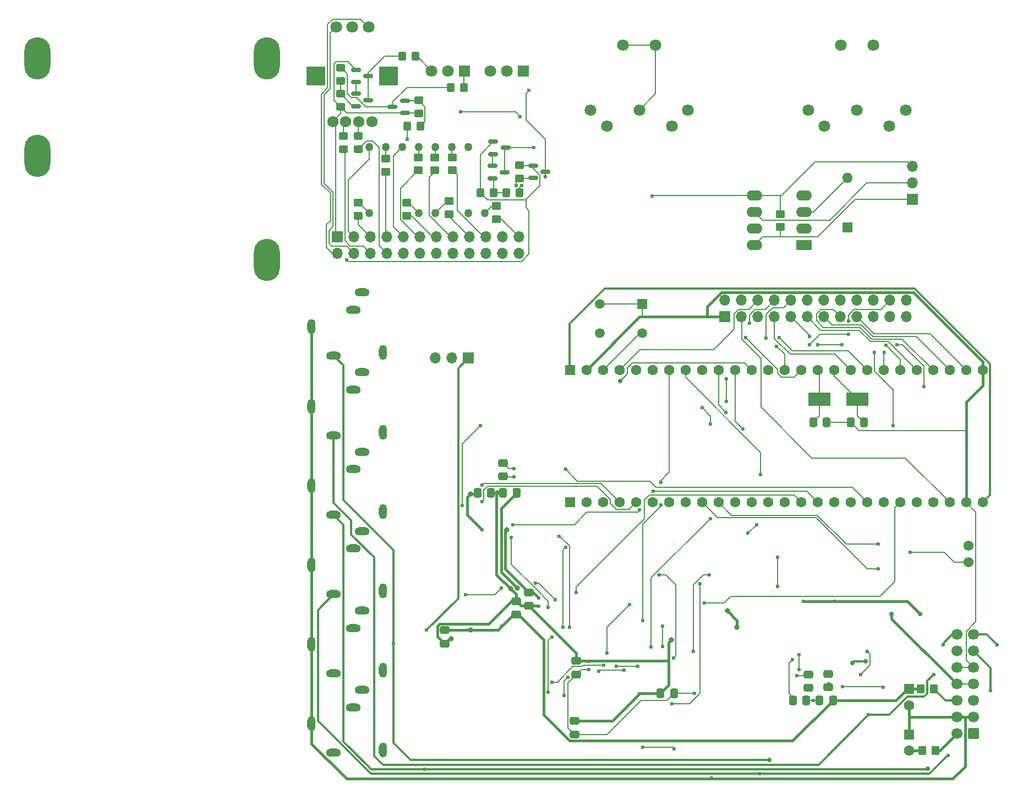
<source format=gbl>
G04 #@! TF.GenerationSoftware,KiCad,Pcbnew,9.0.0*
G04 #@! TF.CreationDate,2025-03-14T23:22:53+09:00*
G04 #@! TF.ProjectId,cv-depot,63762d64-6570-46f7-942e-6b696361645f,rev?*
G04 #@! TF.SameCoordinates,Original*
G04 #@! TF.FileFunction,Copper,L2,Bot*
G04 #@! TF.FilePolarity,Positive*
%FSLAX46Y46*%
G04 Gerber Fmt 4.6, Leading zero omitted, Abs format (unit mm)*
G04 Created by KiCad (PCBNEW 9.0.0) date 2025-03-14 23:22:53*
%MOMM*%
%LPD*%
G01*
G04 APERTURE LIST*
G04 Aperture macros list*
%AMRoundRect*
0 Rectangle with rounded corners*
0 $1 Rounding radius*
0 $2 $3 $4 $5 $6 $7 $8 $9 X,Y pos of 4 corners*
0 Add a 4 corners polygon primitive as box body*
4,1,4,$2,$3,$4,$5,$6,$7,$8,$9,$2,$3,0*
0 Add four circle primitives for the rounded corners*
1,1,$1+$1,$2,$3*
1,1,$1+$1,$4,$5*
1,1,$1+$1,$6,$7*
1,1,$1+$1,$8,$9*
0 Add four rect primitives between the rounded corners*
20,1,$1+$1,$2,$3,$4,$5,0*
20,1,$1+$1,$4,$5,$6,$7,0*
20,1,$1+$1,$6,$7,$8,$9,0*
20,1,$1+$1,$8,$9,$2,$3,0*%
G04 Aperture macros list end*
G04 #@! TA.AperFunction,ComponentPad*
%ADD10O,1.270000X2.286000*%
G04 #@! TD*
G04 #@! TA.AperFunction,ComponentPad*
%ADD11O,2.286000X1.270000*%
G04 #@! TD*
G04 #@! TA.AperFunction,ComponentPad*
%ADD12R,1.700000X1.700000*%
G04 #@! TD*
G04 #@! TA.AperFunction,ComponentPad*
%ADD13O,1.700000X1.700000*%
G04 #@! TD*
G04 #@! TA.AperFunction,ComponentPad*
%ADD14R,1.600000X1.600000*%
G04 #@! TD*
G04 #@! TA.AperFunction,ComponentPad*
%ADD15C,1.600000*%
G04 #@! TD*
G04 #@! TA.AperFunction,ComponentPad*
%ADD16RoundRect,0.250000X0.600000X0.600000X-0.600000X0.600000X-0.600000X-0.600000X0.600000X-0.600000X0*%
G04 #@! TD*
G04 #@! TA.AperFunction,ComponentPad*
%ADD17C,1.700000*%
G04 #@! TD*
G04 #@! TA.AperFunction,ComponentPad*
%ADD18R,1.498600X1.498600*%
G04 #@! TD*
G04 #@! TA.AperFunction,ComponentPad*
%ADD19C,1.498600*%
G04 #@! TD*
G04 #@! TA.AperFunction,ComponentPad*
%ADD20C,1.574800*%
G04 #@! TD*
G04 #@! TA.AperFunction,ComponentPad*
%ADD21R,1.800000X1.800000*%
G04 #@! TD*
G04 #@! TA.AperFunction,ComponentPad*
%ADD22C,1.800000*%
G04 #@! TD*
G04 #@! TA.AperFunction,ComponentPad*
%ADD23C,1.803400*%
G04 #@! TD*
G04 #@! TA.AperFunction,ComponentPad*
%ADD24C,1.270000*%
G04 #@! TD*
G04 #@! TA.AperFunction,ComponentPad*
%ADD25R,2.400000X1.600000*%
G04 #@! TD*
G04 #@! TA.AperFunction,ComponentPad*
%ADD26O,2.400000X1.600000*%
G04 #@! TD*
G04 #@! TA.AperFunction,ComponentPad*
%ADD27R,3.000000X3.000000*%
G04 #@! TD*
G04 #@! TA.AperFunction,ComponentPad*
%ADD28C,1.750000*%
G04 #@! TD*
G04 #@! TA.AperFunction,ComponentPad*
%ADD29O,1.600000X1.600000*%
G04 #@! TD*
G04 #@! TA.AperFunction,SMDPad,CuDef*
%ADD30RoundRect,0.250000X-0.475000X0.337500X-0.475000X-0.337500X0.475000X-0.337500X0.475000X0.337500X0*%
G04 #@! TD*
G04 #@! TA.AperFunction,SMDPad,CuDef*
%ADD31RoundRect,0.250000X-0.450000X0.350000X-0.450000X-0.350000X0.450000X-0.350000X0.450000X0.350000X0*%
G04 #@! TD*
G04 #@! TA.AperFunction,SMDPad,CuDef*
%ADD32RoundRect,0.250000X-0.325000X-0.450000X0.325000X-0.450000X0.325000X0.450000X-0.325000X0.450000X0*%
G04 #@! TD*
G04 #@! TA.AperFunction,SMDPad,CuDef*
%ADD33R,3.405000X2.006600*%
G04 #@! TD*
G04 #@! TA.AperFunction,SMDPad,CuDef*
%ADD34RoundRect,0.250000X0.337500X0.475000X-0.337500X0.475000X-0.337500X-0.475000X0.337500X-0.475000X0*%
G04 #@! TD*
G04 #@! TA.AperFunction,SMDPad,CuDef*
%ADD35RoundRect,0.150000X0.587500X0.150000X-0.587500X0.150000X-0.587500X-0.150000X0.587500X-0.150000X0*%
G04 #@! TD*
G04 #@! TA.AperFunction,SMDPad,CuDef*
%ADD36O,4.000000X6.500000*%
G04 #@! TD*
G04 #@! TA.AperFunction,SMDPad,CuDef*
%ADD37RoundRect,0.250000X0.475000X-0.337500X0.475000X0.337500X-0.475000X0.337500X-0.475000X-0.337500X0*%
G04 #@! TD*
G04 #@! TA.AperFunction,SMDPad,CuDef*
%ADD38RoundRect,0.150000X-0.587500X-0.150000X0.587500X-0.150000X0.587500X0.150000X-0.587500X0.150000X0*%
G04 #@! TD*
G04 #@! TA.AperFunction,SMDPad,CuDef*
%ADD39RoundRect,0.250000X0.350000X0.450000X-0.350000X0.450000X-0.350000X-0.450000X0.350000X-0.450000X0*%
G04 #@! TD*
G04 #@! TA.AperFunction,SMDPad,CuDef*
%ADD40RoundRect,0.250000X0.325000X0.450000X-0.325000X0.450000X-0.325000X-0.450000X0.325000X-0.450000X0*%
G04 #@! TD*
G04 #@! TA.AperFunction,SMDPad,CuDef*
%ADD41RoundRect,0.250000X-0.450000X0.325000X-0.450000X-0.325000X0.450000X-0.325000X0.450000X0.325000X0*%
G04 #@! TD*
G04 #@! TA.AperFunction,SMDPad,CuDef*
%ADD42RoundRect,0.250000X0.450000X-0.325000X0.450000X0.325000X-0.450000X0.325000X-0.450000X-0.325000X0*%
G04 #@! TD*
G04 #@! TA.AperFunction,SMDPad,CuDef*
%ADD43RoundRect,0.250000X0.450000X-0.350000X0.450000X0.350000X-0.450000X0.350000X-0.450000X-0.350000X0*%
G04 #@! TD*
G04 #@! TA.AperFunction,SMDPad,CuDef*
%ADD44RoundRect,0.250000X-0.337500X-0.475000X0.337500X-0.475000X0.337500X0.475000X-0.337500X0.475000X0*%
G04 #@! TD*
G04 #@! TA.AperFunction,ViaPad*
%ADD45C,0.600000*%
G04 #@! TD*
G04 #@! TA.AperFunction,ViaPad*
%ADD46C,0.800000*%
G04 #@! TD*
G04 #@! TA.AperFunction,ViaPad*
%ADD47C,0.700000*%
G04 #@! TD*
G04 #@! TA.AperFunction,Conductor*
%ADD48C,0.200000*%
G04 #@! TD*
G04 #@! TA.AperFunction,Conductor*
%ADD49C,0.400000*%
G04 #@! TD*
G04 #@! TA.AperFunction,Conductor*
%ADD50C,0.300000*%
G04 #@! TD*
G04 APERTURE END LIST*
D10*
X60050001Y-107250000D03*
D11*
X67843002Y-102049800D03*
X66443002Y-104744800D03*
D10*
X71043002Y-111250200D03*
D11*
X63450002Y-111755200D03*
D12*
X84150000Y-87630502D03*
D13*
X81610000Y-87630502D03*
X79070000Y-87630502D03*
D14*
X152000000Y-145500000D03*
D15*
X152000000Y-148000000D03*
D16*
X161900000Y-145380000D03*
D17*
X159360000Y-145380000D03*
X161900000Y-142840000D03*
X159360000Y-142840000D03*
X161900000Y-140300000D03*
X159360000Y-140300000D03*
X161900000Y-137760000D03*
X159360000Y-137760000D03*
X161900000Y-135220000D03*
X159360000Y-135220000D03*
X161900000Y-132680000D03*
X159360000Y-132680000D03*
X161900000Y-130140000D03*
X159360000Y-130140000D03*
D10*
X60050001Y-82750000D03*
D11*
X67843002Y-77549800D03*
X66443002Y-80244800D03*
D10*
X71043002Y-86750200D03*
D11*
X63450002Y-87255200D03*
D10*
X60050001Y-95050000D03*
D11*
X67843002Y-89849800D03*
X66443002Y-92544800D03*
D10*
X71043002Y-99050200D03*
D11*
X63450002Y-99555200D03*
D10*
X60050001Y-143850000D03*
D11*
X67843002Y-138649800D03*
X66443002Y-141344800D03*
D10*
X71043002Y-147850200D03*
D11*
X63450002Y-148355200D03*
D18*
X110900000Y-79299999D03*
D19*
X104399999Y-79299999D03*
X110900000Y-83800000D03*
X104399999Y-83800000D03*
D10*
X60050001Y-131650000D03*
D11*
X67843002Y-126449800D03*
X66443002Y-129144800D03*
D10*
X71043002Y-135650200D03*
D11*
X63450002Y-136155200D03*
D12*
X152450000Y-63250000D03*
D13*
X152450000Y-60710000D03*
X152450000Y-58170000D03*
D20*
X161150000Y-119050000D03*
X161150000Y-116510000D03*
D21*
X92590000Y-43500000D03*
D22*
X90050000Y-43500000D03*
X87510000Y-43500000D03*
D23*
X136450000Y-49500000D03*
X143950000Y-49500000D03*
X151450000Y-49500000D03*
X138950000Y-52000000D03*
X148950000Y-52000000D03*
X141450000Y-39500000D03*
X146450000Y-39500000D03*
D14*
X99790000Y-109800000D03*
D15*
X102330000Y-109800000D03*
X104870000Y-109800000D03*
X107410000Y-109800000D03*
X109950000Y-109800000D03*
X112490000Y-109800000D03*
X115030000Y-109800000D03*
X117570000Y-109800000D03*
X120110000Y-109800000D03*
X122650000Y-109800000D03*
X125190000Y-109800000D03*
X127730000Y-109800000D03*
X130270000Y-109800000D03*
X132810000Y-109800000D03*
X135350000Y-109800000D03*
X137890000Y-109800000D03*
X140430000Y-109800000D03*
X142970000Y-109800000D03*
X145510000Y-109800000D03*
X148050000Y-109800000D03*
X150590000Y-109800000D03*
X153130000Y-109800000D03*
X155670000Y-109800000D03*
X158210000Y-109800000D03*
X160750000Y-109800000D03*
X163290000Y-109800000D03*
D14*
X99790000Y-89480000D03*
D15*
X102330000Y-89480000D03*
X104870000Y-89480000D03*
X107410000Y-89480000D03*
X109950000Y-89480000D03*
X112490000Y-89480000D03*
X115030000Y-89480000D03*
X117570000Y-89480000D03*
X120110000Y-89480000D03*
X122650000Y-89480000D03*
X125190000Y-89480000D03*
X127730000Y-89480000D03*
X130270000Y-89480000D03*
X132810000Y-89480000D03*
X135350000Y-89480000D03*
X137890000Y-89480000D03*
X140430000Y-89480000D03*
X142970000Y-89480000D03*
X145510000Y-89480000D03*
X148050000Y-89480000D03*
X150590000Y-89480000D03*
X153130000Y-89480000D03*
X155670000Y-89480000D03*
X158210000Y-89480000D03*
X160750000Y-89480000D03*
X163290000Y-89480000D03*
D12*
X123620000Y-81300000D03*
D13*
X123620000Y-78760000D03*
X126160000Y-81300000D03*
X126160000Y-78760000D03*
X128700000Y-81300000D03*
X128700000Y-78760000D03*
X131240000Y-81300000D03*
X131240000Y-78760000D03*
X133780000Y-81300000D03*
X133780000Y-78760000D03*
X136320000Y-81300000D03*
X136320000Y-78760000D03*
X138860000Y-81300000D03*
X138860000Y-78760000D03*
X141400000Y-81300000D03*
X141400000Y-78760000D03*
X143940000Y-81300000D03*
X143940000Y-78760000D03*
X146480000Y-81300000D03*
X146480000Y-78760000D03*
X149020000Y-81300000D03*
X149020000Y-78760000D03*
X151560000Y-81300000D03*
X151560000Y-78760000D03*
D21*
X83590000Y-43500000D03*
D22*
X81050000Y-43500000D03*
X78510000Y-43500000D03*
D24*
X84160000Y-55170000D03*
X81620000Y-55170000D03*
X79080000Y-55170000D03*
X76540000Y-55170000D03*
X74000000Y-55170000D03*
X71460000Y-55170000D03*
X68920000Y-55170000D03*
X68920000Y-65330000D03*
X76540000Y-65330000D03*
X79080000Y-65330000D03*
X84160000Y-65330000D03*
X86700000Y-65330000D03*
D25*
X135820000Y-70250000D03*
D26*
X135820000Y-67710000D03*
X135820000Y-65170000D03*
X135820000Y-62630000D03*
X128200000Y-62630000D03*
X128200000Y-65170000D03*
X128200000Y-67710000D03*
X128200000Y-70250000D03*
D10*
X60050001Y-119450000D03*
D11*
X67843002Y-114249800D03*
X66443002Y-116944800D03*
D10*
X71043002Y-123450200D03*
D11*
X63450002Y-123955200D03*
D14*
X152000000Y-138500000D03*
D15*
X152000000Y-141000000D03*
D23*
X102950000Y-49500000D03*
X110450000Y-49500000D03*
X117950000Y-49500000D03*
X105450000Y-52000000D03*
X115450000Y-52000000D03*
X107950000Y-39500000D03*
X112950000Y-39500000D03*
D27*
X71888000Y-44250000D03*
X60712000Y-44250000D03*
D28*
X63300000Y-51250000D03*
X65300000Y-51250000D03*
X67300000Y-51250000D03*
X69299744Y-51269700D03*
D23*
X68800000Y-36750000D03*
X63800000Y-36750000D03*
X66300000Y-36750000D03*
D14*
X142450000Y-67560000D03*
D29*
X142450000Y-59940000D03*
D30*
X100750000Y-134175000D03*
X100750000Y-136250000D03*
D31*
X78950000Y-56750000D03*
X78950000Y-58750000D03*
X71450000Y-57000000D03*
X71450000Y-59000000D03*
D32*
X81450000Y-46000000D03*
X83500000Y-46000000D03*
D30*
X80500000Y-129462500D03*
X80500000Y-131537500D03*
D33*
X144000000Y-94000000D03*
X138207400Y-94000000D03*
D34*
X115812500Y-139190000D03*
X113737500Y-139190000D03*
D35*
X74375000Y-48050000D03*
X74375000Y-49950000D03*
X72500000Y-49000000D03*
D36*
X17850000Y-41520000D03*
D37*
X93500000Y-125750000D03*
X93500000Y-123675000D03*
D30*
X136500000Y-136250000D03*
X136500000Y-138325000D03*
D38*
X94125000Y-59925000D03*
X94125000Y-58025000D03*
X96000000Y-58975000D03*
D34*
X91587500Y-108380000D03*
X89512500Y-108380000D03*
D39*
X155750000Y-138500000D03*
X153750000Y-138500000D03*
D38*
X87875000Y-60000000D03*
X87875000Y-58100000D03*
X89750000Y-59050000D03*
D32*
X90000000Y-62250000D03*
X92050000Y-62250000D03*
D40*
X88025000Y-62250000D03*
X85975000Y-62250000D03*
D36*
X53150000Y-41520000D03*
D41*
X64950000Y-53475000D03*
X64950000Y-55525000D03*
D31*
X81700000Y-56750000D03*
X81700000Y-58750000D03*
D38*
X66875000Y-48900000D03*
X66875000Y-47000000D03*
X68750000Y-47950000D03*
D30*
X139500000Y-136175000D03*
X139500000Y-138250000D03*
D41*
X64500000Y-46975000D03*
X64500000Y-49025000D03*
D12*
X64010000Y-69000000D03*
D13*
X64010000Y-71540000D03*
X66550000Y-69000000D03*
X66550000Y-71540000D03*
X69090000Y-69000000D03*
X69090000Y-71540000D03*
X71630000Y-69000000D03*
X71630000Y-71540000D03*
X74170000Y-69000000D03*
X74170000Y-71540000D03*
X76710000Y-69000000D03*
X76710000Y-71540000D03*
X79250000Y-69000000D03*
X79250000Y-71540000D03*
X81790000Y-69000000D03*
X81790000Y-71540000D03*
X84330000Y-69000000D03*
X84330000Y-71540000D03*
X86870000Y-69000000D03*
X86870000Y-71540000D03*
X89410000Y-69000000D03*
X89410000Y-71540000D03*
X91950000Y-69000000D03*
X91950000Y-71540000D03*
D30*
X89500000Y-103750000D03*
X89500000Y-105825000D03*
D42*
X67200000Y-55525000D03*
X67200000Y-53475000D03*
D36*
X17850000Y-56520000D03*
D42*
X64500000Y-45000000D03*
X64500000Y-42950000D03*
D43*
X132200000Y-67500000D03*
X132200000Y-65500000D03*
D32*
X74725000Y-52000000D03*
X76775000Y-52000000D03*
D37*
X91500000Y-127075000D03*
X91500000Y-125000000D03*
D40*
X76050000Y-41250000D03*
X74000000Y-41250000D03*
D34*
X140250000Y-140300000D03*
X138175000Y-140300000D03*
D38*
X88000000Y-56250000D03*
X88000000Y-54350000D03*
X89875000Y-55300000D03*
D31*
X76450000Y-56750000D03*
X76450000Y-58750000D03*
D39*
X156000000Y-148000000D03*
X154000000Y-148000000D03*
D34*
X136150000Y-140300000D03*
X134075000Y-140300000D03*
X145037500Y-97500000D03*
X142962500Y-97500000D03*
D31*
X81200000Y-63500000D03*
X81200000Y-65500000D03*
D38*
X66875000Y-45200000D03*
X66875000Y-43300000D03*
X68750000Y-44250000D03*
D34*
X87662500Y-108380000D03*
X85587500Y-108380000D03*
D36*
X53150000Y-72500000D03*
D31*
X88450000Y-64250000D03*
X88450000Y-66250000D03*
D42*
X92000000Y-60000000D03*
X92000000Y-57950000D03*
D44*
X137212500Y-97500000D03*
X139287500Y-97500000D03*
D41*
X76500000Y-47975000D03*
X76500000Y-50025000D03*
D31*
X67200000Y-63750000D03*
X67200000Y-65750000D03*
X74700000Y-63750000D03*
X74700000Y-65750000D03*
D30*
X100500000Y-143425000D03*
X100500000Y-145500000D03*
D45*
X126400000Y-98550000D03*
X123778580Y-95971420D03*
X140250000Y-140300000D03*
D46*
X84500000Y-129462500D03*
D45*
X91500000Y-108440000D03*
X89325000Y-128825000D03*
D46*
X91722519Y-123027481D03*
D45*
X113529420Y-121000000D03*
X115750000Y-133750000D03*
X121253495Y-120937500D03*
X118750000Y-132750000D03*
X86250000Y-114000000D03*
D46*
X90050000Y-114025603D03*
X125500000Y-129000000D03*
D45*
X134000000Y-134000000D03*
X94950000Y-124500000D03*
D46*
X84500000Y-108500000D03*
X124000000Y-126500000D03*
D45*
X134075000Y-140300000D03*
X102700000Y-135500000D03*
X118940000Y-139190000D03*
X90750000Y-115250000D03*
X96449155Y-125949264D03*
D47*
X143250000Y-134500000D03*
D45*
X100500000Y-145500000D03*
D47*
X145268414Y-134231586D03*
D45*
X86250000Y-109710000D03*
X86250000Y-107170000D03*
X157210000Y-131750000D03*
X155750000Y-136250000D03*
X145725000Y-142475000D03*
X83750000Y-124000000D03*
X89250000Y-123000000D03*
D47*
X130450000Y-149450000D03*
D45*
X72650000Y-131500000D03*
X97500000Y-124775000D03*
X94510387Y-122239613D03*
X165500000Y-131750000D03*
X129000000Y-151550000D03*
X158000000Y-148750000D03*
D47*
X154874694Y-150774694D03*
D45*
X77500000Y-150850000D03*
X164500000Y-138750000D03*
D46*
X115400000Y-131000000D03*
D45*
X140500000Y-125000000D03*
X135750000Y-125000000D03*
X148000000Y-138250000D03*
X102700000Y-134230000D03*
D46*
X88620000Y-108380000D03*
D45*
X110500000Y-139250000D03*
D46*
X81500000Y-130750000D03*
D45*
X137250000Y-140250000D03*
X94950000Y-125770000D03*
X141717123Y-138187222D03*
D47*
X153700000Y-127000000D03*
D45*
X100500000Y-143425000D03*
D46*
X90656833Y-123093167D03*
D45*
X121535377Y-152200000D03*
D47*
X149300000Y-127000000D03*
D45*
X77750000Y-129440000D03*
X141650000Y-85550000D03*
X137900000Y-85550000D03*
X136650000Y-84300000D03*
X154230000Y-92050000D03*
X150099265Y-85600735D03*
X152150000Y-117510000D03*
X99100000Y-104740256D03*
D47*
X107479511Y-91200000D03*
D45*
X148400000Y-85700000D03*
X148150000Y-86800000D03*
X131949265Y-84500735D03*
X149500000Y-98000000D03*
X146650000Y-86750000D03*
X131750000Y-118250000D03*
X131750000Y-122750000D03*
X92150000Y-50500000D03*
X83000000Y-49750000D03*
X94250000Y-55250000D03*
X144500000Y-136250000D03*
X139650000Y-137740000D03*
X145534770Y-132766983D03*
X110995972Y-147495795D03*
X115850000Y-147750000D03*
X91481667Y-61086230D03*
X142650000Y-83950000D03*
X142650000Y-81950000D03*
X136650000Y-85550000D03*
X93500000Y-46500000D03*
X92382428Y-61075000D03*
X96000000Y-59750000D03*
X123900000Y-90800000D03*
X127400000Y-82300000D03*
X123900000Y-94300000D03*
X120500000Y-125250000D03*
X105000000Y-134875000D03*
X105500000Y-133000000D03*
X97050000Y-137454080D03*
X109000000Y-125500000D03*
X131600735Y-85849265D03*
X147200000Y-120050000D03*
X98090000Y-115000000D03*
X99700000Y-129000000D03*
X99100000Y-116750000D03*
X96450000Y-139000000D03*
X97000000Y-130500000D03*
X98750000Y-129000000D03*
X147200000Y-116240000D03*
X121400000Y-97800000D03*
X121400000Y-112300000D03*
X120113553Y-95263553D03*
X104250000Y-135750000D03*
X112300000Y-132060000D03*
X98875000Y-139500000D03*
X99450735Y-136700735D03*
X108100000Y-135600000D03*
X126800000Y-84450001D03*
X129954265Y-84550000D03*
X114000000Y-128850000D03*
X114000000Y-132000000D03*
X112634365Y-108100000D03*
X110500000Y-111000000D03*
X90983511Y-113233511D03*
X136500000Y-138325000D03*
X135000000Y-135500000D03*
X135000000Y-133250000D03*
X86000000Y-98025000D03*
X83250000Y-110310000D03*
X134700000Y-136470000D03*
X139650000Y-136470000D03*
X100750000Y-123700000D03*
X74750000Y-54000000D03*
X65450000Y-72500000D03*
X91200000Y-105900000D03*
X112450000Y-62750000D03*
X110250000Y-135000000D03*
X106900000Y-135000000D03*
X91200000Y-104630000D03*
X129150000Y-105550000D03*
X115500000Y-140750000D03*
X127200735Y-114549265D03*
X119786027Y-122312500D03*
X128500000Y-113250000D03*
X113750000Y-106750000D03*
X113769265Y-110230735D03*
X111000000Y-128000000D03*
D48*
X125190000Y-94050000D02*
X125190000Y-89480000D01*
X125190000Y-97340000D02*
X126400000Y-98550000D01*
X125190000Y-94050000D02*
X125190000Y-97340000D01*
X122650000Y-94842840D02*
X122650000Y-94300000D01*
X123778580Y-95971420D02*
X122650000Y-94842840D01*
X122650000Y-89480000D02*
X122650000Y-94300000D01*
D49*
X89250000Y-111250000D02*
X89250000Y-120554962D01*
X89250000Y-110717500D02*
X89250000Y-111250000D01*
D48*
X140300000Y-140250000D02*
X140250000Y-140300000D01*
D49*
X134062500Y-146487500D02*
X99748834Y-146487500D01*
X99748834Y-146487500D02*
X95750000Y-142488666D01*
X84500000Y-129462500D02*
X80500000Y-129462500D01*
X95750000Y-142488666D02*
X95750000Y-131000000D01*
X149950000Y-140300000D02*
X140250000Y-140300000D01*
X95750000Y-131000000D02*
X91825000Y-127075000D01*
X88687500Y-129462500D02*
X84500000Y-129462500D01*
X91587500Y-108380000D02*
X89250000Y-110717500D01*
X89250000Y-120554962D02*
X91722519Y-123027481D01*
X151750000Y-138500000D02*
X149950000Y-140300000D01*
X152000000Y-138500000D02*
X151750000Y-138500000D01*
X140250000Y-140300000D02*
X134062500Y-146487500D01*
X89700000Y-128450000D02*
X89325000Y-128825000D01*
X91500000Y-127075000D02*
X91075000Y-127075000D01*
X152000000Y-138500000D02*
X153750000Y-138500000D01*
X91707500Y-108500000D02*
X91587500Y-108380000D01*
X89325000Y-128825000D02*
X88687500Y-129462500D01*
X91825000Y-127075000D02*
X91500000Y-127075000D01*
X91075000Y-127075000D02*
X89700000Y-128450000D01*
D48*
X116100000Y-122524974D02*
X114575026Y-121000000D01*
X116100000Y-133400000D02*
X116100000Y-122524974D01*
X115750000Y-133750000D02*
X116100000Y-133400000D01*
X114575026Y-121000000D02*
X113529420Y-121000000D01*
X118750000Y-122500000D02*
X120312500Y-120937500D01*
X118750000Y-132750000D02*
X118750000Y-122500000D01*
X120312500Y-120937500D02*
X121253495Y-120937500D01*
X134075000Y-140300000D02*
X134075000Y-139825000D01*
X134075000Y-139825000D02*
X133500000Y-139250000D01*
X134025000Y-140250000D02*
X134075000Y-140300000D01*
D49*
X84000000Y-109000000D02*
X84500000Y-108500000D01*
X86250000Y-114000000D02*
X84000000Y-111750000D01*
X90050000Y-114025603D02*
X89850000Y-114225603D01*
X93500000Y-123650000D02*
X93500000Y-123675000D01*
X125500000Y-128000000D02*
X124000000Y-126500000D01*
X94125000Y-123675000D02*
X94950000Y-124500000D01*
X154000000Y-148000000D02*
X152000000Y-148000000D01*
X125500000Y-129000000D02*
X125500000Y-128000000D01*
X84500000Y-108500000D02*
X85467500Y-108500000D01*
X85467500Y-108500000D02*
X85587500Y-108380000D01*
X84000000Y-111750000D02*
X84000000Y-109000000D01*
D48*
X133500000Y-134500000D02*
X134000000Y-134000000D01*
D49*
X93500000Y-123675000D02*
X94125000Y-123675000D01*
X89850000Y-114225603D02*
X89850000Y-120000000D01*
X89850000Y-120000000D02*
X93500000Y-123650000D01*
D48*
X133500000Y-139250000D02*
X133500000Y-134500000D01*
D49*
X159360000Y-145380000D02*
X156740000Y-148000000D01*
X156740000Y-148000000D02*
X156000000Y-148000000D01*
D50*
X143518414Y-134231586D02*
X143250000Y-134500000D01*
D48*
X99475000Y-144475000D02*
X99475000Y-137525000D01*
X115812500Y-139190000D02*
X114752500Y-140250000D01*
X90750000Y-119327756D02*
X94525000Y-123102756D01*
X110750000Y-140250000D02*
X105500000Y-145500000D01*
X100750000Y-136250000D02*
X101500000Y-135500000D01*
X100500000Y-145500000D02*
X99475000Y-144475000D01*
D50*
X145268414Y-134231586D02*
X143518414Y-134231586D01*
D48*
X101500000Y-135500000D02*
X102700000Y-135500000D01*
X118940000Y-139190000D02*
X115812500Y-139190000D01*
X90750000Y-115250000D02*
X90750000Y-119327756D01*
X94525000Y-123102756D02*
X96449155Y-125026911D01*
X96449155Y-125026911D02*
X96449155Y-125949264D01*
X99475000Y-137525000D02*
X100750000Y-136250000D01*
X114752500Y-140250000D02*
X110750000Y-140250000D01*
X105500000Y-145500000D02*
X100500000Y-145500000D01*
X86500000Y-107945256D02*
X86500000Y-109460000D01*
X86500000Y-109460000D02*
X86250000Y-109710000D01*
X109950000Y-109800000D02*
X108850000Y-110900000D01*
X103980635Y-107355000D02*
X87090256Y-107355000D01*
X108850000Y-110900000D02*
X106900000Y-110900000D01*
X105970000Y-109970000D02*
X105970000Y-109344365D01*
X106900000Y-110900000D02*
X105970000Y-109970000D01*
X105970000Y-109344365D02*
X103980635Y-107355000D01*
X87090256Y-107355000D02*
X86500000Y-107945256D01*
X86465000Y-106955000D02*
X86250000Y-107170000D01*
X107410000Y-109800000D02*
X104565000Y-106955000D01*
X104565000Y-106955000D02*
X86465000Y-106955000D01*
X140400000Y-89510000D02*
X140430000Y-89480000D01*
X144000000Y-96462500D02*
X145037500Y-97500000D01*
X140430000Y-90430000D02*
X140430000Y-89480000D01*
X144000000Y-94000000D02*
X144000000Y-96462500D01*
X144000000Y-94000000D02*
X140430000Y-90430000D01*
X137220000Y-89480000D02*
X137890000Y-89480000D01*
X138207400Y-89797400D02*
X137890000Y-89480000D01*
X138207400Y-94000000D02*
X138207400Y-89797400D01*
X138207400Y-94000000D02*
X138207400Y-96505100D01*
X138207400Y-96505100D02*
X137212500Y-97500000D01*
X142450000Y-59940000D02*
X137220000Y-65170000D01*
X137220000Y-65170000D02*
X135820000Y-65170000D01*
X110450000Y-49500000D02*
X112950000Y-47000000D01*
X107950000Y-39500000D02*
X112950000Y-39500000D01*
X112950000Y-47000000D02*
X112950000Y-39500000D01*
X83500000Y-46000000D02*
X83500000Y-43590000D01*
X83500000Y-43590000D02*
X83590000Y-43500000D01*
X76260000Y-41250000D02*
X78510000Y-43500000D01*
X76050000Y-41250000D02*
X76260000Y-41250000D01*
D50*
X71000000Y-150150000D02*
X138050000Y-150150000D01*
X63450002Y-99555200D02*
X63450002Y-109854200D01*
X66150000Y-114750798D02*
X69650000Y-118250798D01*
X157210000Y-131750000D02*
X157210000Y-131540000D01*
X145725000Y-142475000D02*
X148898654Y-142475000D01*
X138050000Y-150150000D02*
X145725000Y-142475000D01*
X154750000Y-139155456D02*
X154750000Y-137250000D01*
X151723654Y-139650000D02*
X154255456Y-139650000D01*
X158610000Y-130140000D02*
X159360000Y-130140000D01*
X157210000Y-131540000D02*
X158610000Y-130140000D01*
X154750000Y-137250000D02*
X155750000Y-136250000D01*
X69650000Y-118250798D02*
X69650000Y-148800000D01*
X66150000Y-112554198D02*
X66150000Y-114750798D01*
X63450002Y-109854200D02*
X66150000Y-112554198D01*
X69650000Y-148800000D02*
X71000000Y-150150000D01*
X148898654Y-142475000D02*
X151723654Y-139650000D01*
X154255456Y-139650000D02*
X154750000Y-139155456D01*
D48*
X88250000Y-124000000D02*
X89250000Y-123000000D01*
X94964613Y-122239613D02*
X97500000Y-124775000D01*
D50*
X165500000Y-131750000D02*
X163890000Y-130140000D01*
X72650000Y-117155798D02*
X64943002Y-109448800D01*
X64943002Y-109448800D02*
X64943002Y-88748200D01*
X72650000Y-146800000D02*
X72650000Y-131500000D01*
X72650000Y-131500000D02*
X72650000Y-117155798D01*
X163890000Y-130140000D02*
X161900000Y-130140000D01*
X130450000Y-149450000D02*
X75300000Y-149450000D01*
D48*
X94510387Y-122239613D02*
X94964613Y-122239613D01*
X83750000Y-124000000D02*
X88250000Y-124000000D01*
D50*
X75300000Y-149450000D02*
X72650000Y-146800000D01*
X64943002Y-88748200D02*
X63450002Y-87255200D01*
X69150000Y-151550000D02*
X61035001Y-143435001D01*
X129000000Y-151550000D02*
X69150000Y-151550000D01*
X129050000Y-151500000D02*
X129000000Y-151550000D01*
X158000000Y-148750000D02*
X157889338Y-148750000D01*
X155139338Y-151500000D02*
X129050000Y-151500000D01*
X61035001Y-143435001D02*
X61035001Y-126370201D01*
X61035001Y-126370201D02*
X63450002Y-123955200D01*
X157889338Y-148750000D02*
X155139338Y-151500000D01*
X68900000Y-150550000D02*
X68900000Y-150592894D01*
X77500000Y-150850000D02*
X154799388Y-150850000D01*
X64943002Y-113248200D02*
X64943002Y-146593002D01*
X154799388Y-150850000D02*
X154874694Y-150774694D01*
X64943002Y-146593002D02*
X68900000Y-150550000D01*
X68900000Y-150592894D02*
X69157106Y-150850000D01*
X69157106Y-150850000D02*
X77500000Y-150850000D01*
X164500000Y-135280000D02*
X161900000Y-132680000D01*
X164500000Y-138750000D02*
X164500000Y-135280000D01*
X63450002Y-111755200D02*
X64943002Y-113248200D01*
D49*
X94930000Y-125750000D02*
X94950000Y-125770000D01*
X152090000Y-142840000D02*
X152000000Y-142750000D01*
X60050001Y-95050000D02*
X60050001Y-107250000D01*
X113737500Y-139190000D02*
X110560000Y-139190000D01*
X160610000Y-150390000D02*
X160610000Y-142950000D01*
X160610000Y-142950000D02*
X160500000Y-142840000D01*
X159360000Y-142840000D02*
X152090000Y-142840000D01*
X115000000Y-134250000D02*
X115000000Y-137927500D01*
D48*
X147812778Y-138187222D02*
X147875556Y-138250000D01*
D49*
X93500000Y-125750000D02*
X94930000Y-125750000D01*
X161690000Y-143050000D02*
X161900000Y-142840000D01*
X158700000Y-152300000D02*
X160610000Y-150390000D01*
X93500000Y-125750000D02*
X92250000Y-125750000D01*
X60050001Y-143850000D02*
X60050001Y-131650000D01*
X102750000Y-134175000D02*
X114925000Y-134175000D01*
X90750000Y-125000000D02*
X91500000Y-125000000D01*
X100750000Y-133000000D02*
X93500000Y-125750000D01*
X88500000Y-108500000D02*
X88620000Y-108380000D01*
X60050001Y-82750000D02*
X60050001Y-95050000D01*
X60050001Y-119450000D02*
X60050001Y-131650000D01*
X91500000Y-125000000D02*
X91500000Y-123936334D01*
X79375000Y-130412500D02*
X79375000Y-128848834D01*
X87250000Y-128500000D02*
X90750000Y-125000000D01*
X79375000Y-128848834D02*
X79748834Y-128475000D01*
X140500000Y-125000000D02*
X151700000Y-125000000D01*
D48*
X110750000Y-139250000D02*
X110810000Y-139190000D01*
D49*
X100750000Y-134175000D02*
X100750000Y-133000000D01*
X88620000Y-108380000D02*
X89512500Y-108380000D01*
X114925000Y-134175000D02*
X115000000Y-134250000D01*
X100500000Y-143425000D02*
X106325000Y-143425000D01*
D48*
X141717123Y-138187222D02*
X147812778Y-138187222D01*
D49*
X60050001Y-107250000D02*
X60050001Y-119450000D01*
D48*
X136150000Y-140300000D02*
X138112500Y-140300000D01*
D49*
X81287500Y-130750000D02*
X80500000Y-131537500D01*
X106325000Y-143425000D02*
X110500000Y-139250000D01*
X81500000Y-130750000D02*
X81287500Y-130750000D01*
X79748834Y-128475000D02*
X87225000Y-128475000D01*
X160500000Y-142840000D02*
X161900000Y-142840000D01*
X91500000Y-123936334D02*
X90656833Y-123093167D01*
X88500000Y-120936334D02*
X88500000Y-108500000D01*
X80500000Y-131537500D02*
X79375000Y-130412500D01*
X115000000Y-131400000D02*
X115000000Y-134250000D01*
X140500000Y-125000000D02*
X135750000Y-125000000D01*
X90656833Y-123093167D02*
X88500000Y-120936334D01*
X159570000Y-143050000D02*
X159360000Y-142840000D01*
X152000000Y-141000000D02*
X152000000Y-142750000D01*
X92250000Y-125750000D02*
X91500000Y-125000000D01*
X88380000Y-108380000D02*
X87662500Y-108380000D01*
X115000000Y-137927500D02*
X113737500Y-139190000D01*
X60050001Y-146926910D02*
X65423091Y-152300000D01*
X88500000Y-108500000D02*
X88380000Y-108380000D01*
X65423091Y-152300000D02*
X158700000Y-152300000D01*
X110560000Y-139190000D02*
X110500000Y-139250000D01*
X60050001Y-143850000D02*
X60050001Y-146926910D01*
X87225000Y-128475000D02*
X87250000Y-128500000D01*
X159360000Y-142840000D02*
X160500000Y-142840000D01*
D48*
X110500000Y-139250000D02*
X110750000Y-139250000D01*
D49*
X151700000Y-125000000D02*
X153700000Y-127000000D01*
D48*
X147875556Y-138250000D02*
X148000000Y-138250000D01*
D49*
X102700000Y-134225000D02*
X102700000Y-134230000D01*
X115400000Y-131000000D02*
X115000000Y-131400000D01*
X152000000Y-142750000D02*
X152000000Y-145500000D01*
X100750000Y-134175000D02*
X102750000Y-134175000D01*
X102750000Y-134175000D02*
X102700000Y-134225000D01*
D50*
X84150000Y-87630502D02*
X82600000Y-89180502D01*
D49*
X159360000Y-137760000D02*
X149300000Y-127700000D01*
X149300000Y-127700000D02*
X149300000Y-127000000D01*
D50*
X164440000Y-108650000D02*
X164440000Y-88562182D01*
X105185353Y-76960000D02*
X99750000Y-82395353D01*
X164440000Y-88562182D02*
X152837818Y-76960000D01*
X152837818Y-76960000D02*
X105185353Y-76960000D01*
X163290000Y-109800000D02*
X164440000Y-108650000D01*
D48*
X159360000Y-137760000D02*
X161900000Y-137760000D01*
D50*
X82600000Y-89180502D02*
X82600000Y-124590000D01*
X99750000Y-82395353D02*
X99750000Y-89500000D01*
X82600000Y-124590000D02*
X77750000Y-129440000D01*
X157550000Y-140300000D02*
X155750000Y-138500000D01*
X159360000Y-140300000D02*
X157550000Y-140300000D01*
D48*
X152360000Y-78760000D02*
X151560000Y-78760000D01*
X139800000Y-66400000D02*
X145490000Y-60710000D01*
X128200000Y-65170000D02*
X129430000Y-66400000D01*
X145490000Y-60710000D02*
X152450000Y-60710000D01*
X129430000Y-66400000D02*
X139800000Y-66400000D01*
X133780000Y-81300000D02*
X136650000Y-84170000D01*
X136650000Y-84170000D02*
X136650000Y-84300000D01*
X137900000Y-85550000D02*
X141650000Y-85550000D01*
X137000000Y-103000000D02*
X151410000Y-103000000D01*
X126160000Y-81300000D02*
X126200000Y-81340000D01*
X126200000Y-84698530D02*
X129170000Y-87668530D01*
X129170000Y-87668530D02*
X129170000Y-95170000D01*
X126200000Y-81340000D02*
X126200000Y-84698530D01*
X129170000Y-95170000D02*
X137000000Y-103000000D01*
X151410000Y-103000000D02*
X158210000Y-109800000D01*
X154230000Y-92050000D02*
X154230000Y-88880000D01*
X150950735Y-85600735D02*
X150099265Y-85600735D01*
X154230000Y-88880000D02*
X150950735Y-85600735D01*
X152150000Y-117510000D02*
X157360000Y-117510000D01*
X157360000Y-117510000D02*
X158900000Y-119050000D01*
X158900000Y-119050000D02*
X161150000Y-119050000D01*
X143210000Y-107500000D02*
X145510000Y-109800000D01*
X99100000Y-104740256D02*
X100914744Y-106555000D01*
X112055000Y-106555000D02*
X113000000Y-107500000D01*
X100914744Y-106555000D02*
X112055000Y-106555000D01*
X113000000Y-107500000D02*
X143210000Y-107500000D01*
X126630000Y-88380000D02*
X127730000Y-89480000D01*
X109407183Y-88380000D02*
X126630000Y-88380000D01*
X107479511Y-91200000D02*
X108650000Y-90029511D01*
X108650000Y-89137183D02*
X109407183Y-88380000D01*
X107479511Y-91200000D02*
X107479511Y-90995820D01*
X108650000Y-90029511D02*
X108650000Y-89137183D01*
X146540000Y-83900000D02*
X155170000Y-83900000D01*
X155170000Y-83900000D02*
X160750000Y-89480000D01*
X143940000Y-81300000D02*
X146540000Y-83900000D01*
X140110000Y-82550000D02*
X144624314Y-82550000D01*
X144624314Y-82550000D02*
X146374314Y-84300000D01*
X138860000Y-81300000D02*
X140110000Y-82550000D01*
X153030000Y-84300000D02*
X158210000Y-89480000D01*
X146374314Y-84300000D02*
X153030000Y-84300000D01*
X137710000Y-81860000D02*
X138800000Y-82950000D01*
X150890000Y-84700000D02*
X155670000Y-89480000D01*
X140250000Y-80150000D02*
X138383654Y-80150000D01*
X141400000Y-81300000D02*
X140250000Y-80150000D01*
X138383654Y-80150000D02*
X137710000Y-80823654D01*
X144458628Y-82950000D02*
X146208628Y-84700000D01*
X138800000Y-82950000D02*
X144458628Y-82950000D01*
X146208628Y-84700000D02*
X150890000Y-84700000D01*
X137710000Y-80823654D02*
X137710000Y-81860000D01*
X144292942Y-83350000D02*
X146042942Y-85100000D01*
X136320000Y-81300000D02*
X138370000Y-83350000D01*
X148750000Y-85100000D02*
X153130000Y-89480000D01*
X146042942Y-85100000D02*
X148750000Y-85100000D01*
X138370000Y-83350000D02*
X144292942Y-83350000D01*
X148400000Y-85700000D02*
X150590000Y-87890000D01*
X150590000Y-87890000D02*
X150590000Y-89480000D01*
X148050000Y-86900000D02*
X148050000Y-89480000D01*
X148150000Y-86800000D02*
X148050000Y-86900000D01*
X133998530Y-86550000D02*
X131949265Y-84500735D01*
X134650000Y-86550000D02*
X133998530Y-86550000D01*
X142580000Y-86550000D02*
X134650000Y-86550000D01*
X145510000Y-89480000D02*
X142580000Y-86550000D01*
X131240000Y-81300000D02*
X131240000Y-84640000D01*
X140540000Y-87050000D02*
X142970000Y-89480000D01*
X133650000Y-87050000D02*
X140540000Y-87050000D01*
X131240000Y-84640000D02*
X133650000Y-87050000D01*
X146650000Y-86750000D02*
X146650000Y-89635635D01*
X146650000Y-89635635D02*
X149500000Y-92485635D01*
X149500000Y-92485635D02*
X149500000Y-98000000D01*
X131750000Y-122750000D02*
X131750000Y-118250000D01*
X91400000Y-49750000D02*
X92150000Y-50500000D01*
X83000000Y-49750000D02*
X91400000Y-49750000D01*
X112425000Y-109735000D02*
X112490000Y-109800000D01*
X114900000Y-109930000D02*
X115030000Y-109800000D01*
X87875000Y-56375000D02*
X88000000Y-56250000D01*
X87875000Y-58100000D02*
X87875000Y-56375000D01*
X89750000Y-55425000D02*
X89875000Y-55300000D01*
X89750000Y-59050000D02*
X89750000Y-55425000D01*
X89875000Y-55300000D02*
X94200000Y-55300000D01*
X94200000Y-55300000D02*
X94250000Y-55250000D01*
X145918414Y-134831586D02*
X144500000Y-136250000D01*
X145534770Y-132766983D02*
X145918414Y-133150627D01*
X139500000Y-137890000D02*
X139650000Y-137740000D01*
X145918414Y-133150627D02*
X145918414Y-134831586D01*
X139500000Y-138250000D02*
X139500000Y-137890000D01*
X115850000Y-147750000D02*
X115595795Y-147495795D01*
X115595795Y-147495795D02*
X110995972Y-147495795D01*
X92000000Y-60000000D02*
X94050000Y-60000000D01*
X94050000Y-60000000D02*
X94125000Y-59925000D01*
X91481667Y-61086230D02*
X91481667Y-60518333D01*
X91481667Y-60518333D02*
X92000000Y-60000000D01*
X138250000Y-83950000D02*
X142650000Y-83950000D01*
X136650000Y-85550000D02*
X138250000Y-83950000D01*
X143463654Y-80150000D02*
X142650000Y-80963654D01*
X149020000Y-78760000D02*
X147630000Y-80150000D01*
X147630000Y-80150000D02*
X143463654Y-80150000D01*
X142650000Y-80963654D02*
X142650000Y-81950000D01*
X93000000Y-51000000D02*
X96000000Y-54000000D01*
X96000000Y-54000000D02*
X96000000Y-58975000D01*
X96000000Y-59750000D02*
X96000000Y-58975000D01*
X93500000Y-46500000D02*
X93000000Y-47000000D01*
X93000000Y-47000000D02*
X93000000Y-51000000D01*
X92050000Y-61407428D02*
X92382428Y-61075000D01*
X92050000Y-62250000D02*
X92050000Y-61407428D01*
X131240000Y-78760000D02*
X129850000Y-80150000D01*
X129850000Y-80150000D02*
X128223654Y-80150000D01*
X123900000Y-90800000D02*
X123900000Y-94300000D01*
X128223654Y-80150000D02*
X127400000Y-80973654D01*
X127400000Y-80973654D02*
X127400000Y-82300000D01*
X128700000Y-78760000D02*
X127310000Y-80150000D01*
X110590000Y-86300000D02*
X107410000Y-89480000D01*
X125010000Y-80823654D02*
X125010000Y-83190000D01*
X125683654Y-80150000D02*
X125010000Y-80823654D01*
X127310000Y-80150000D02*
X125683654Y-80150000D01*
X121900000Y-86300000D02*
X110590000Y-86300000D01*
X125010000Y-83190000D02*
X121900000Y-86300000D01*
X65500000Y-43950000D02*
X64500000Y-42950000D01*
X72500000Y-49000000D02*
X68400000Y-49000000D01*
X72500000Y-48250000D02*
X74750000Y-46000000D01*
X72500000Y-49000000D02*
X72500000Y-48250000D01*
X74750000Y-46000000D02*
X81450000Y-46000000D01*
X67000000Y-47600000D02*
X66096948Y-47600000D01*
X68400000Y-49000000D02*
X67000000Y-47600000D01*
X65500000Y-47003052D02*
X65500000Y-43950000D01*
X66096948Y-47600000D02*
X65500000Y-47003052D01*
X76425000Y-48050000D02*
X76500000Y-47975000D01*
X77500000Y-48975000D02*
X76500000Y-47975000D01*
X76775000Y-52000000D02*
X77500000Y-51275000D01*
X74375000Y-48050000D02*
X76425000Y-48050000D01*
X77500000Y-51275000D02*
X77500000Y-48975000D01*
X124500000Y-124250000D02*
X123500000Y-125250000D01*
X97050000Y-137454080D02*
X97848861Y-137454080D01*
X105500000Y-129000000D02*
X106750000Y-127750000D01*
X149750000Y-110640000D02*
X149750000Y-122000000D01*
X106750000Y-127750000D02*
X109000000Y-125500000D01*
X105500000Y-133000000D02*
X105500000Y-129000000D01*
X123500000Y-125250000D02*
X120500000Y-125250000D01*
X147500000Y-124250000D02*
X124500000Y-124250000D01*
X100240441Y-135062500D02*
X101687500Y-135062500D01*
X149750000Y-122000000D02*
X147500000Y-124250000D01*
X101687500Y-135062500D02*
X101875000Y-134875000D01*
X97848861Y-137454080D02*
X100240441Y-135062500D01*
X150590000Y-109800000D02*
X149750000Y-110640000D01*
X101875000Y-134875000D02*
X105000000Y-134875000D01*
X132809999Y-87058529D02*
X132810000Y-87058529D01*
X132810000Y-87058529D02*
X132810000Y-89480000D01*
X131600735Y-85849265D02*
X132809999Y-87058529D01*
X90000000Y-62250000D02*
X88025000Y-62250000D01*
X88025000Y-62250000D02*
X88025000Y-60150000D01*
X88025000Y-60150000D02*
X87875000Y-60000000D01*
X145550000Y-120050000D02*
X147200000Y-120050000D01*
X137700000Y-112200000D02*
X145550000Y-120050000D01*
X122510000Y-112200000D02*
X137700000Y-112200000D01*
X120110000Y-109800000D02*
X122510000Y-112200000D01*
X99700000Y-116501471D02*
X99700000Y-129000000D01*
X98090000Y-115000000D02*
X98198529Y-115000000D01*
X98198529Y-115000000D02*
X99700000Y-116501471D01*
X96450000Y-131050000D02*
X97000000Y-130500000D01*
X98750000Y-117100000D02*
X99100000Y-116750000D01*
X98750000Y-129000000D02*
X98750000Y-117100000D01*
X96450000Y-139000000D02*
X96450000Y-131050000D01*
X124650000Y-111800000D02*
X137865686Y-111800000D01*
X122650000Y-109800000D02*
X124650000Y-111800000D01*
X147190000Y-116250000D02*
X147200000Y-116240000D01*
X137865686Y-111800000D02*
X142315686Y-116250000D01*
X142315686Y-116250000D02*
X147190000Y-116250000D01*
X121400000Y-97800000D02*
X121400000Y-96550000D01*
X121380891Y-112300000D02*
X121400000Y-112300000D01*
X112300000Y-121380891D02*
X121380891Y-112300000D01*
X98875000Y-139500000D02*
X98875000Y-137276470D01*
X98875000Y-137276470D02*
X99450735Y-136700735D01*
X112300000Y-132060000D02*
X112300000Y-121380891D01*
X104400000Y-135600000D02*
X104250000Y-135750000D01*
X121400000Y-96550000D02*
X120113553Y-95263553D01*
X108100000Y-135600000D02*
X104400000Y-135600000D01*
X128395635Y-86050000D02*
X131710000Y-89364365D01*
X128395635Y-86045636D02*
X128395635Y-86050000D01*
X134250000Y-90580000D02*
X135350000Y-89480000D01*
X132354365Y-90580000D02*
X134250000Y-90580000D01*
X131710000Y-89364365D02*
X131710000Y-89935635D01*
X131710000Y-89935635D02*
X132354365Y-90580000D01*
X126800000Y-84450001D02*
X128395635Y-86045636D01*
X131003654Y-79910000D02*
X132630000Y-79910000D01*
X129954265Y-84550000D02*
X129954265Y-80959389D01*
X132630000Y-79910000D02*
X133780000Y-78760000D01*
X129954265Y-80959389D02*
X131003654Y-79910000D01*
X114000000Y-132000000D02*
X114000000Y-128850000D01*
X136190000Y-108100000D02*
X137890000Y-109800000D01*
X112634365Y-108100000D02*
X136190000Y-108100000D01*
X100452124Y-113233511D02*
X102385635Y-111300000D01*
X102385635Y-111300000D02*
X110200000Y-111300000D01*
X90983511Y-113233511D02*
X100452124Y-113233511D01*
X110200000Y-111300000D02*
X110500000Y-111000000D01*
X135000000Y-133250000D02*
X135000000Y-135500000D01*
X83250000Y-110310000D02*
X83250000Y-100775000D01*
X83250000Y-100775000D02*
X86000000Y-98025000D01*
X66450000Y-46975000D02*
X66450000Y-47003985D01*
X66875000Y-47000000D02*
X66875000Y-45200000D01*
X71288000Y-41250000D02*
X74000000Y-41250000D01*
X68750000Y-47950000D02*
X68750000Y-44250000D01*
X68750000Y-43788000D02*
X71288000Y-41250000D01*
X68750000Y-44250000D02*
X68750000Y-43788000D01*
X136500000Y-136250000D02*
X136280000Y-136470000D01*
X136280000Y-136470000D02*
X134700000Y-136470000D01*
X66400000Y-48900000D02*
X66875000Y-48900000D01*
X66575000Y-48900000D02*
X66450000Y-49025000D01*
X64500000Y-46975000D02*
X64500000Y-47000000D01*
X64500000Y-47000000D02*
X66400000Y-48900000D01*
X64500000Y-45000000D02*
X64500000Y-46975000D01*
X139500000Y-136320000D02*
X139650000Y-136470000D01*
X139500000Y-136175000D02*
X139500000Y-136320000D01*
X112034365Y-108700000D02*
X111250000Y-109484365D01*
X111250000Y-112369949D02*
X100750000Y-122869949D01*
X111250000Y-109484365D02*
X111250000Y-112369949D01*
X100750000Y-122869949D02*
X100750000Y-123700000D01*
X134250000Y-108700000D02*
X112034365Y-108700000D01*
X135350000Y-109800000D02*
X134250000Y-108700000D01*
X79080000Y-56620000D02*
X78950000Y-56750000D01*
X78950000Y-55300000D02*
X79080000Y-55170000D01*
X79080000Y-55170000D02*
X79080000Y-56620000D01*
X80910000Y-63500000D02*
X79080000Y-65330000D01*
X81200000Y-63500000D02*
X80910000Y-63500000D01*
X76540000Y-56660000D02*
X76450000Y-56750000D01*
X76450000Y-55260000D02*
X76540000Y-55170000D01*
X76540000Y-55170000D02*
X76540000Y-56660000D01*
X74960000Y-63750000D02*
X74700000Y-63750000D01*
X76540000Y-65330000D02*
X74960000Y-63750000D01*
X88450000Y-64250000D02*
X87780000Y-64250000D01*
X87780000Y-64250000D02*
X86700000Y-65330000D01*
X67200000Y-63750000D02*
X67340000Y-63750000D01*
X67340000Y-63750000D02*
X68920000Y-65330000D01*
X68950000Y-65300000D02*
X68920000Y-65330000D01*
X81620000Y-56670000D02*
X81700000Y-56750000D01*
X81620000Y-55170000D02*
X81620000Y-56670000D01*
X81700000Y-55250000D02*
X81620000Y-55170000D01*
X71450000Y-55180000D02*
X71460000Y-55170000D01*
X71460000Y-56990000D02*
X71450000Y-57000000D01*
X71460000Y-55170000D02*
X71460000Y-56990000D01*
X74700000Y-65750000D02*
X75400000Y-65750000D01*
X75400000Y-65750000D02*
X78650000Y-69000000D01*
X78650000Y-69000000D02*
X79250000Y-69000000D01*
X67200000Y-67110000D02*
X69090000Y-69000000D01*
X67200000Y-65750000D02*
X67200000Y-67110000D01*
X76365256Y-69000000D02*
X76710000Y-69000000D01*
X73700000Y-61500000D02*
X73700000Y-66334744D01*
X73700000Y-66334744D02*
X76365256Y-69000000D01*
X76450000Y-58750000D02*
X73700000Y-61500000D01*
X82450000Y-59500000D02*
X82450000Y-64942290D01*
X81700000Y-58750000D02*
X82450000Y-59500000D01*
X82450000Y-64942290D02*
X86507710Y-69000000D01*
X86507710Y-69000000D02*
X86870000Y-69000000D01*
X71450000Y-68820000D02*
X71630000Y-69000000D01*
X71450000Y-59000000D02*
X71450000Y-68820000D01*
X78950000Y-58750000D02*
X78950000Y-59000000D01*
X78145000Y-59805000D02*
X78145000Y-65717290D01*
X82200000Y-68590000D02*
X81790000Y-69000000D01*
X78950000Y-59000000D02*
X78145000Y-59805000D01*
X81812290Y-69000000D02*
X81790000Y-69000000D01*
X81427710Y-69000000D02*
X81790000Y-69000000D01*
X78145000Y-65717290D02*
X81427710Y-69000000D01*
X89200000Y-66250000D02*
X91950000Y-69000000D01*
X88450000Y-66250000D02*
X89200000Y-66250000D01*
X81450000Y-65750000D02*
X81450000Y-66120000D01*
X81200000Y-65500000D02*
X81450000Y-65750000D01*
X81450000Y-66120000D02*
X84330000Y-69000000D01*
X66550000Y-69000000D02*
X65700000Y-68150000D01*
X68920000Y-57030000D02*
X68920000Y-55170000D01*
X65700000Y-68150000D02*
X65700000Y-60250000D01*
X65700000Y-60250000D02*
X68920000Y-57030000D01*
X72600000Y-67430000D02*
X74170000Y-69000000D01*
X74000000Y-55170000D02*
X72600000Y-56570000D01*
X74170000Y-68780000D02*
X74170000Y-69000000D01*
X72600000Y-56570000D02*
X72600000Y-67430000D01*
X89047710Y-69000000D02*
X89410000Y-69000000D01*
X88950000Y-69000000D02*
X89410000Y-69000000D01*
X89410000Y-69000000D02*
X89700000Y-68710000D01*
X65190000Y-69614314D02*
X65965686Y-70390000D01*
X65965686Y-70390000D02*
X67940000Y-70390000D01*
X67940000Y-70390000D02*
X69090000Y-71540000D01*
X64950000Y-55525000D02*
X65190000Y-55765000D01*
X65190000Y-55765000D02*
X65190000Y-69614314D01*
X69435000Y-54235000D02*
X70450000Y-55250000D01*
X68490000Y-54235000D02*
X69435000Y-54235000D01*
X67200000Y-55525000D02*
X68490000Y-54235000D01*
X70450000Y-55250000D02*
X70450000Y-70360000D01*
X70450000Y-70360000D02*
X71630000Y-71540000D01*
X62700000Y-68010000D02*
X63350000Y-67360000D01*
X62912000Y-46215686D02*
X62912000Y-37638000D01*
X63350000Y-62150000D02*
X61950000Y-60750000D01*
X65400000Y-70390000D02*
X63100000Y-70390000D01*
X63100000Y-70390000D02*
X62700000Y-69990000D01*
X62700000Y-69990000D02*
X62700000Y-68010000D01*
X66550000Y-71540000D02*
X65400000Y-70390000D01*
X61950000Y-60750000D02*
X61950000Y-47177686D01*
X62912000Y-37638000D02*
X63800000Y-36750000D01*
X61950000Y-47177686D02*
X62912000Y-46215686D01*
X63350000Y-67360000D02*
X63350000Y-62150000D01*
X74750000Y-53500000D02*
X74725000Y-53475000D01*
X74750000Y-54000000D02*
X74750000Y-53500000D01*
X74725000Y-53475000D02*
X74725000Y-52000000D01*
X63240000Y-71540000D02*
X62300000Y-70600000D01*
X63302239Y-35548300D02*
X67598300Y-35548300D01*
X62950000Y-62315686D02*
X61550000Y-60915686D01*
X62512000Y-46050000D02*
X62512000Y-36338539D01*
X61550000Y-60915686D02*
X61550000Y-47012000D01*
X62300000Y-70600000D02*
X62300000Y-67150000D01*
X62512000Y-36338539D02*
X63302239Y-35548300D01*
X64010000Y-71540000D02*
X63240000Y-71540000D01*
X62300000Y-67150000D02*
X62950000Y-66500000D01*
X67598300Y-35548300D02*
X68800000Y-36750000D01*
X62950000Y-66500000D02*
X62950000Y-62315686D01*
X61550000Y-47012000D02*
X62512000Y-46050000D01*
X93500000Y-71616346D02*
X93500000Y-65000000D01*
X63750000Y-68740000D02*
X64010000Y-69000000D01*
X65450000Y-72500000D02*
X65700000Y-72750000D01*
X63815256Y-42075000D02*
X63500000Y-42390256D01*
X93000000Y-58025000D02*
X92075000Y-58025000D01*
X74375000Y-49950000D02*
X76425000Y-49950000D01*
X64500000Y-49025000D02*
X65425000Y-49950000D01*
X63300000Y-51250000D02*
X63750000Y-51700000D01*
X64500000Y-50050000D02*
X63300000Y-51250000D01*
X65700000Y-72750000D02*
X92366346Y-72750000D01*
X95162500Y-61087500D02*
X95162500Y-59515552D01*
X63500000Y-48025000D02*
X64500000Y-49025000D01*
X63500000Y-42390256D02*
X63500000Y-48025000D01*
X93000000Y-63250000D02*
X95162500Y-61087500D01*
X94125000Y-58025000D02*
X93000000Y-58025000D01*
X93500000Y-65000000D02*
X93000000Y-64500000D01*
X65425000Y-49950000D02*
X74375000Y-49950000D01*
X87075000Y-63350000D02*
X92900000Y-63350000D01*
X76425000Y-49950000D02*
X76500000Y-50025000D01*
X85975000Y-62250000D02*
X87075000Y-63350000D01*
X92366346Y-72750000D02*
X93500000Y-71616346D01*
X85975000Y-56375000D02*
X85975000Y-62250000D01*
X64500000Y-49025000D02*
X64500000Y-50050000D01*
X95162500Y-59515552D02*
X94125000Y-58478052D01*
X94125000Y-58478052D02*
X94125000Y-58025000D01*
X92900000Y-63350000D02*
X93000000Y-63250000D01*
X88000000Y-54350000D02*
X85975000Y-56375000D01*
X93000000Y-64500000D02*
X93000000Y-63250000D01*
X65650000Y-42075000D02*
X63815256Y-42075000D01*
X92075000Y-58025000D02*
X92000000Y-57950000D01*
X66875000Y-43300000D02*
X65650000Y-42075000D01*
X63750000Y-51700000D02*
X63750000Y-68740000D01*
X89500000Y-105825000D02*
X89575000Y-105900000D01*
X89575000Y-105900000D02*
X91200000Y-105900000D01*
X137950000Y-69000000D02*
X132200000Y-69000000D01*
X152450000Y-63250000D02*
X143700000Y-63250000D01*
X129450000Y-69000000D02*
X128200000Y-70250000D01*
X143700000Y-63250000D02*
X137950000Y-69000000D01*
X132200000Y-69000000D02*
X129450000Y-69000000D01*
X132200000Y-67500000D02*
X132200000Y-69000000D01*
X151780000Y-57500000D02*
X137450000Y-57500000D01*
X112570000Y-62630000D02*
X112450000Y-62750000D01*
X128200000Y-62630000D02*
X112570000Y-62630000D01*
X132200000Y-65500000D02*
X132200000Y-62630000D01*
X152450000Y-58170000D02*
X151780000Y-57500000D01*
X137450000Y-57500000D02*
X132320000Y-62630000D01*
X132320000Y-62630000D02*
X132200000Y-62630000D01*
X132200000Y-62630000D02*
X128200000Y-62630000D01*
X106900000Y-135000000D02*
X110250000Y-135000000D01*
D49*
X111150000Y-81300000D02*
X110510000Y-81300000D01*
X123620000Y-81300000D02*
X120900000Y-81300000D01*
X120900000Y-79712233D02*
X123102233Y-77510000D01*
X160750000Y-94420000D02*
X160750000Y-98750000D01*
X120900000Y-81300000D02*
X111150000Y-81300000D01*
D48*
X162237400Y-111287400D02*
X162237400Y-128176254D01*
D49*
X110510000Y-81300000D02*
X102330000Y-89480000D01*
X163290000Y-88190000D02*
X163290000Y-89480000D01*
X152610000Y-77510000D02*
X163290000Y-88190000D01*
D48*
X160750000Y-109800000D02*
X162237400Y-111287400D01*
X160725000Y-98775000D02*
X160750000Y-98750000D01*
X160750000Y-129663654D02*
X160750000Y-134070000D01*
X104399999Y-79299999D02*
X110900000Y-79299999D01*
D49*
X160750000Y-94420000D02*
X163290000Y-91880000D01*
D48*
X144237500Y-98775000D02*
X160725000Y-98775000D01*
D49*
X160750000Y-98750000D02*
X160750000Y-109800000D01*
X163290000Y-91880000D02*
X163290000Y-89480000D01*
X120900000Y-81300000D02*
X120900000Y-79712233D01*
X123102233Y-77510000D02*
X152610000Y-77510000D01*
D48*
X162237400Y-128176254D02*
X160750000Y-129663654D01*
X160750000Y-134070000D02*
X161900000Y-135220000D01*
X142962500Y-97500000D02*
X144237500Y-98775000D01*
X139287500Y-97500000D02*
X142962500Y-97500000D01*
X110900000Y-79299999D02*
X110900000Y-81050000D01*
X110900000Y-81050000D02*
X111150000Y-81300000D01*
X159360000Y-135220000D02*
X161900000Y-135220000D01*
X90380000Y-104630000D02*
X91200000Y-104630000D01*
X89500000Y-103750000D02*
X90380000Y-104630000D01*
X67200000Y-53475000D02*
X67200000Y-51350000D01*
X67200000Y-51350000D02*
X67300000Y-51250000D01*
X67450000Y-51100000D02*
X67300000Y-51250000D01*
X104870000Y-89480000D02*
X110550000Y-83800000D01*
X110550000Y-83800000D02*
X110900000Y-83800000D01*
X117570000Y-90611370D02*
X129150000Y-102191370D01*
X129150000Y-102191370D02*
X129150000Y-105550000D01*
X117570000Y-89480000D02*
X117570000Y-90611370D01*
X119786027Y-122312500D02*
X119786027Y-139192502D01*
X118228529Y-140750000D02*
X115500000Y-140750000D01*
X128500000Y-113250000D02*
X127200735Y-114549265D01*
X119786027Y-139192502D02*
X118228529Y-140750000D01*
X113769265Y-110230735D02*
X113769265Y-110416370D01*
X115030000Y-89480000D02*
X115030000Y-105170000D01*
X115030000Y-105170000D02*
X114900000Y-105300000D01*
X113769265Y-110416370D02*
X111000000Y-113185635D01*
X113750000Y-106450000D02*
X113750000Y-106750000D01*
X114900000Y-105300000D02*
X113750000Y-106450000D01*
X111000000Y-128000000D02*
X111000000Y-113185635D01*
X64950000Y-51600000D02*
X65300000Y-51250000D01*
X64950000Y-53475000D02*
X64950000Y-51600000D01*
X65200000Y-51150000D02*
X65300000Y-51250000D01*
M02*

</source>
